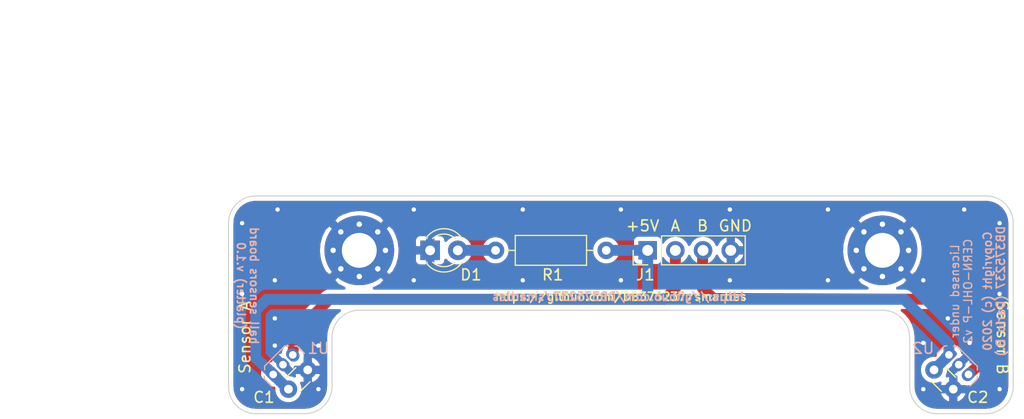
<source format=kicad_pcb>
(kicad_pcb (version 20171130) (host pcbnew "(5.1.5)-3")

  (general
    (thickness 1.6)
    (drawings 32)
    (tracks 61)
    (zones 0)
    (modules 9)
    (nets 6)
  )

  (page A4)
  (layers
    (0 F.Cu signal)
    (31 B.Cu signal)
    (32 B.Adhes user hide)
    (33 F.Adhes user hide)
    (34 B.Paste user hide)
    (35 F.Paste user hide)
    (36 B.SilkS user)
    (37 F.SilkS user)
    (38 B.Mask user)
    (39 F.Mask user)
    (40 Dwgs.User user)
    (41 Cmts.User user hide)
    (42 Eco1.User user hide)
    (43 Eco2.User user hide)
    (44 Edge.Cuts user)
    (45 Margin user hide)
    (46 B.CrtYd user hide)
    (47 F.CrtYd user hide)
    (48 B.Fab user hide)
    (49 F.Fab user hide)
  )

  (setup
    (last_trace_width 0.25)
    (trace_clearance 0.2)
    (zone_clearance 0.4)
    (zone_45_only no)
    (trace_min 0.2)
    (via_size 0.8)
    (via_drill 0.4)
    (via_min_size 0.4)
    (via_min_drill 0.3)
    (uvia_size 0.3)
    (uvia_drill 0.1)
    (uvias_allowed no)
    (uvia_min_size 0.2)
    (uvia_min_drill 0.1)
    (edge_width 0.05)
    (segment_width 0.2)
    (pcb_text_width 0.3)
    (pcb_text_size 1.5 1.5)
    (mod_edge_width 0.12)
    (mod_text_size 1 1)
    (mod_text_width 0.15)
    (pad_size 1.05 1.3)
    (pad_drill 0.7)
    (pad_to_mask_clearance 0.051)
    (solder_mask_min_width 0.25)
    (aux_axis_origin 0 0)
    (visible_elements 7FFFFFFF)
    (pcbplotparams
      (layerselection 0x010f0_ffffffff)
      (usegerberextensions true)
      (usegerberattributes false)
      (usegerberadvancedattributes false)
      (creategerberjobfile false)
      (excludeedgelayer true)
      (linewidth 0.100000)
      (plotframeref false)
      (viasonmask false)
      (mode 1)
      (useauxorigin false)
      (hpglpennumber 1)
      (hpglpenspeed 20)
      (hpglpendiameter 15.000000)
      (psnegative false)
      (psa4output false)
      (plotreference true)
      (plotvalue true)
      (plotinvisibletext false)
      (padsonsilk false)
      (subtractmaskfromsilk false)
      (outputformat 1)
      (mirror false)
      (drillshape 0)
      (scaleselection 1)
      (outputdirectory "C:/Users/dario/Documents/IoT-DB375237/dispenser/2003-hall-sensors-board-platter/gerber"))
  )

  (net 0 "")
  (net 1 GND)
  (net 2 /sensor-B)
  (net 3 /sensor-A)
  (net 4 +5V)
  (net 5 "Net-(D1-Pad2)")

  (net_class Default "This is the default net class."
    (clearance 0.2)
    (trace_width 0.25)
    (via_dia 0.8)
    (via_drill 0.4)
    (uvia_dia 0.3)
    (uvia_drill 0.1)
    (add_net +5V)
    (add_net /sensor-A)
    (add_net /sensor-B)
    (add_net GND)
    (add_net "Net-(D1-Pad2)")
  )

  (module Resistor_THT:R_Axial_DIN0207_L6.3mm_D2.5mm_P10.16mm_Horizontal (layer F.Cu) (tedit 5AE5139B) (tstamp 5E94CD9A)
    (at 112.5 100)
    (descr "Resistor, Axial_DIN0207 series, Axial, Horizontal, pin pitch=10.16mm, 0.25W = 1/4W, length*diameter=6.3*2.5mm^2, http://cdn-reichelt.de/documents/datenblatt/B400/1_4W%23YAG.pdf")
    (tags "Resistor Axial_DIN0207 series Axial Horizontal pin pitch 10.16mm 0.25W = 1/4W length 6.3mm diameter 2.5mm")
    (path /5E94CF86)
    (fp_text reference R1 (at 5.25 2.25) (layer F.SilkS)
      (effects (font (size 1 1) (thickness 0.15)))
    )
    (fp_text value R (at 5.08 2.37) (layer F.Fab)
      (effects (font (size 1 1) (thickness 0.15)))
    )
    (fp_text user %R (at 5.08 0) (layer F.Fab)
      (effects (font (size 1 1) (thickness 0.15)))
    )
    (fp_line (start 11.21 -1.5) (end -1.05 -1.5) (layer F.CrtYd) (width 0.05))
    (fp_line (start 11.21 1.5) (end 11.21 -1.5) (layer F.CrtYd) (width 0.05))
    (fp_line (start -1.05 1.5) (end 11.21 1.5) (layer F.CrtYd) (width 0.05))
    (fp_line (start -1.05 -1.5) (end -1.05 1.5) (layer F.CrtYd) (width 0.05))
    (fp_line (start 9.12 0) (end 8.35 0) (layer F.SilkS) (width 0.12))
    (fp_line (start 1.04 0) (end 1.81 0) (layer F.SilkS) (width 0.12))
    (fp_line (start 8.35 -1.37) (end 1.81 -1.37) (layer F.SilkS) (width 0.12))
    (fp_line (start 8.35 1.37) (end 8.35 -1.37) (layer F.SilkS) (width 0.12))
    (fp_line (start 1.81 1.37) (end 8.35 1.37) (layer F.SilkS) (width 0.12))
    (fp_line (start 1.81 -1.37) (end 1.81 1.37) (layer F.SilkS) (width 0.12))
    (fp_line (start 10.16 0) (end 8.23 0) (layer F.Fab) (width 0.1))
    (fp_line (start 0 0) (end 1.93 0) (layer F.Fab) (width 0.1))
    (fp_line (start 8.23 -1.25) (end 1.93 -1.25) (layer F.Fab) (width 0.1))
    (fp_line (start 8.23 1.25) (end 8.23 -1.25) (layer F.Fab) (width 0.1))
    (fp_line (start 1.93 1.25) (end 8.23 1.25) (layer F.Fab) (width 0.1))
    (fp_line (start 1.93 -1.25) (end 1.93 1.25) (layer F.Fab) (width 0.1))
    (pad 2 thru_hole oval (at 10.16 0) (size 1.6 1.6) (drill 0.8) (layers *.Cu *.Mask)
      (net 4 +5V))
    (pad 1 thru_hole circle (at 0 0) (size 1.6 1.6) (drill 0.8) (layers *.Cu *.Mask)
      (net 5 "Net-(D1-Pad2)"))
    (model ${KISYS3DMOD}/Resistor_THT.3dshapes/R_Axial_DIN0207_L6.3mm_D2.5mm_P10.16mm_Horizontal.wrl
      (at (xyz 0 0 0))
      (scale (xyz 1 1 1))
      (rotate (xyz 0 0 0))
    )
  )

  (module LED_THT:LED_D3.0mm_Clear (layer F.Cu) (tedit 5A6C9BC0) (tstamp 5E94CD19)
    (at 106.5 100)
    (descr "IR-LED, diameter 3.0mm, 2 pins, color: clear")
    (tags "IR infrared LED diameter 3.0mm 2 pins clear")
    (path /5E94B98D)
    (fp_text reference D1 (at 3.75 2.25) (layer F.SilkS)
      (effects (font (size 1 1) (thickness 0.15)))
    )
    (fp_text value LED_ALT (at 1.27 2.96) (layer F.Fab)
      (effects (font (size 1 1) (thickness 0.15)))
    )
    (fp_arc (start 1.27 0) (end 0.229039 1.08) (angle -87.9) (layer F.SilkS) (width 0.12))
    (fp_arc (start 1.27 0) (end 0.229039 -1.08) (angle 87.9) (layer F.SilkS) (width 0.12))
    (fp_arc (start 1.27 0) (end -0.29 1.235516) (angle -108.8) (layer F.SilkS) (width 0.12))
    (fp_arc (start 1.27 0) (end -0.29 -1.235516) (angle 108.8) (layer F.SilkS) (width 0.12))
    (fp_arc (start 1.27 0) (end -0.23 -1.16619) (angle 284.3) (layer F.Fab) (width 0.1))
    (fp_circle (center 1.27 0) (end 2.77 0) (layer F.Fab) (width 0.1))
    (fp_line (start 3.7 -2.25) (end -1.15 -2.25) (layer F.CrtYd) (width 0.05))
    (fp_line (start 3.7 2.25) (end 3.7 -2.25) (layer F.CrtYd) (width 0.05))
    (fp_line (start -1.15 2.25) (end 3.7 2.25) (layer F.CrtYd) (width 0.05))
    (fp_line (start -1.15 -2.25) (end -1.15 2.25) (layer F.CrtYd) (width 0.05))
    (fp_line (start -0.29 1.08) (end -0.29 1.236) (layer F.SilkS) (width 0.12))
    (fp_line (start -0.29 -1.236) (end -0.29 -1.08) (layer F.SilkS) (width 0.12))
    (fp_line (start -0.23 -1.16619) (end -0.23 1.16619) (layer F.Fab) (width 0.1))
    (fp_text user %R (at 1.47 0) (layer F.Fab)
      (effects (font (size 0.8 0.8) (thickness 0.12)))
    )
    (pad 2 thru_hole circle (at 2.54 0) (size 1.8 1.8) (drill 0.9) (layers *.Cu *.Mask)
      (net 5 "Net-(D1-Pad2)"))
    (pad 1 thru_hole rect (at 0 0) (size 1.8 1.8) (drill 0.9) (layers *.Cu *.Mask)
      (net 1 GND))
    (model ${KISYS3DMOD}/LED_THT.3dshapes/LED_D3.0mm_Clear.wrl
      (at (xyz 0 0 0))
      (scale (xyz 1 1 1))
      (rotate (xyz 0 0 0))
    )
  )

  (module Capacitor_THT:C_Disc_D3.0mm_W1.6mm_P2.50mm (layer F.Cu) (tedit 5AE50EF0) (tstamp 5E9399C8)
    (at 152.732233 110.982233 315)
    (descr "C, Disc series, Radial, pin pitch=2.50mm, , diameter*width=3.0*1.6mm^2, Capacitor, http://www.vishay.com/docs/45233/krseries.pdf")
    (tags "C Disc series Radial pin pitch 2.50mm  diameter 3.0mm width 1.6mm Capacitor")
    (path /5E94EA40)
    (fp_text reference C2 (at 4.62132 -1.06066 180) (layer F.SilkS)
      (effects (font (size 1 1) (thickness 0.15)))
    )
    (fp_text value .1u (at 1.25 2.049999 135) (layer F.Fab) hide
      (effects (font (size 1 1) (thickness 0.15)))
    )
    (fp_text user %R (at 1.25 0 135) (layer F.Fab)
      (effects (font (size 0.6 0.6) (thickness 0.09)))
    )
    (fp_line (start 3.55 -1.05) (end -1.05 -1.05) (layer F.CrtYd) (width 0.05))
    (fp_line (start 3.55 1.05) (end 3.55 -1.05) (layer F.CrtYd) (width 0.05))
    (fp_line (start -1.05 1.05) (end 3.55 1.05) (layer F.CrtYd) (width 0.05))
    (fp_line (start -1.05 -1.05) (end -1.05 1.05) (layer F.CrtYd) (width 0.05))
    (fp_line (start 0.621 0.92) (end 1.879 0.92) (layer F.SilkS) (width 0.12))
    (fp_line (start 0.621 -0.92) (end 1.879 -0.92) (layer F.SilkS) (width 0.12))
    (fp_line (start 2.75 -0.8) (end -0.25 -0.8) (layer F.Fab) (width 0.1))
    (fp_line (start 2.75 0.8) (end 2.75 -0.8) (layer F.Fab) (width 0.1))
    (fp_line (start -0.25 0.8) (end 2.75 0.8) (layer F.Fab) (width 0.1))
    (fp_line (start -0.25 -0.8) (end -0.25 0.8) (layer F.Fab) (width 0.1))
    (pad 2 thru_hole circle (at 2.5 0 315) (size 1.6 1.6) (drill 0.8) (layers *.Cu *.Mask)
      (net 1 GND))
    (pad 1 thru_hole circle (at 0 0 315) (size 1.6 1.6) (drill 0.8) (layers *.Cu *.Mask)
      (net 4 +5V))
    (model ${KISYS3DMOD}/Capacitor_THT.3dshapes/C_Disc_D3.0mm_W1.6mm_P2.50mm.wrl
      (at (xyz 0 0 0))
      (scale (xyz 1 1 1))
      (rotate (xyz 0 0 0))
    )
  )

  (module Capacitor_THT:C_Disc_D3.0mm_W1.6mm_P2.50mm (layer F.Cu) (tedit 5AE50EF0) (tstamp 5E949B95)
    (at 93.5 112.75 45)
    (descr "C, Disc series, Radial, pin pitch=2.50mm, , diameter*width=3.0*1.6mm^2, Capacitor, http://www.vishay.com/docs/45233/krseries.pdf")
    (tags "C Disc series Radial pin pitch 2.50mm  diameter 3.0mm width 1.6mm Capacitor")
    (path /5E950C3C)
    (fp_text reference C1 (at -2.12132 -1.06066) (layer F.SilkS)
      (effects (font (size 1 1) (thickness 0.15)))
    )
    (fp_text value .1u (at 1.25 2.049999 45) (layer F.Fab) hide
      (effects (font (size 1 1) (thickness 0.15)))
    )
    (fp_text user %R (at 1.25 0 45) (layer F.Fab)
      (effects (font (size 0.6 0.6) (thickness 0.09)))
    )
    (fp_line (start 3.55 -1.05) (end -1.05 -1.05) (layer F.CrtYd) (width 0.05))
    (fp_line (start 3.55 1.05) (end 3.55 -1.05) (layer F.CrtYd) (width 0.05))
    (fp_line (start -1.05 1.05) (end 3.55 1.05) (layer F.CrtYd) (width 0.05))
    (fp_line (start -1.05 -1.05) (end -1.05 1.05) (layer F.CrtYd) (width 0.05))
    (fp_line (start 0.621 0.92) (end 1.879 0.92) (layer F.SilkS) (width 0.12))
    (fp_line (start 0.621 -0.92) (end 1.879 -0.92) (layer F.SilkS) (width 0.12))
    (fp_line (start 2.75 -0.8) (end -0.25 -0.8) (layer F.Fab) (width 0.1))
    (fp_line (start 2.75 0.8) (end 2.75 -0.8) (layer F.Fab) (width 0.1))
    (fp_line (start -0.25 0.8) (end 2.75 0.8) (layer F.Fab) (width 0.1))
    (fp_line (start -0.25 -0.8) (end -0.25 0.8) (layer F.Fab) (width 0.1))
    (pad 2 thru_hole circle (at 2.5 0 45) (size 1.6 1.6) (drill 0.8) (layers *.Cu *.Mask)
      (net 1 GND))
    (pad 1 thru_hole circle (at 0 0 45) (size 1.6 1.6) (drill 0.8) (layers *.Cu *.Mask)
      (net 4 +5V))
    (model ${KISYS3DMOD}/Capacitor_THT.3dshapes/C_Disc_D3.0mm_W1.6mm_P2.50mm.wrl
      (at (xyz 0 0 0))
      (scale (xyz 1 1 1))
      (rotate (xyz 0 0 0))
    )
  )

  (module MountingHole:MountingHole_3.2mm_M3_Pad_Via (layer F.Cu) (tedit 56DDBCCA) (tstamp 5E938B11)
    (at 148 100)
    (descr "Mounting Hole 3.2mm, M3")
    (tags "mounting hole 3.2mm m3")
    (path /5E94CA91)
    (attr virtual)
    (fp_text reference H2 (at 0 -4.2) (layer F.SilkS) hide
      (effects (font (size 1 1) (thickness 0.15)))
    )
    (fp_text value MountingHole_Pad (at 0 4.2) (layer F.Fab) hide
      (effects (font (size 1 1) (thickness 0.15)))
    )
    (fp_circle (center 0 0) (end 3.45 0) (layer F.CrtYd) (width 0.05))
    (fp_circle (center 0 0) (end 3.2 0) (layer Cmts.User) (width 0.15))
    (fp_text user %R (at 0.3 0) (layer F.Fab)
      (effects (font (size 1 1) (thickness 0.15)))
    )
    (pad 1 thru_hole circle (at 1.697056 -1.697056) (size 0.8 0.8) (drill 0.5) (layers *.Cu *.Mask)
      (net 1 GND))
    (pad 1 thru_hole circle (at 0 -2.4) (size 0.8 0.8) (drill 0.5) (layers *.Cu *.Mask)
      (net 1 GND))
    (pad 1 thru_hole circle (at -1.697056 -1.697056) (size 0.8 0.8) (drill 0.5) (layers *.Cu *.Mask)
      (net 1 GND))
    (pad 1 thru_hole circle (at -2.4 0) (size 0.8 0.8) (drill 0.5) (layers *.Cu *.Mask)
      (net 1 GND))
    (pad 1 thru_hole circle (at -1.697056 1.697056) (size 0.8 0.8) (drill 0.5) (layers *.Cu *.Mask)
      (net 1 GND))
    (pad 1 thru_hole circle (at 0 2.4) (size 0.8 0.8) (drill 0.5) (layers *.Cu *.Mask)
      (net 1 GND))
    (pad 1 thru_hole circle (at 1.697056 1.697056) (size 0.8 0.8) (drill 0.5) (layers *.Cu *.Mask)
      (net 1 GND))
    (pad 1 thru_hole circle (at 2.4 0) (size 0.8 0.8) (drill 0.5) (layers *.Cu *.Mask)
      (net 1 GND))
    (pad 1 thru_hole circle (at 0 0) (size 6.4 6.4) (drill 3.2) (layers *.Cu *.Mask)
      (net 1 GND))
  )

  (module MountingHole:MountingHole_3.2mm_M3_Pad_Via (layer F.Cu) (tedit 56DDBCCA) (tstamp 5E938B01)
    (at 100 100)
    (descr "Mounting Hole 3.2mm, M3")
    (tags "mounting hole 3.2mm m3")
    (path /5E94C6E8)
    (attr virtual)
    (fp_text reference H1 (at 0 -4.2) (layer F.SilkS) hide
      (effects (font (size 1 1) (thickness 0.15)))
    )
    (fp_text value MountingHole_Pad (at 0 4.2) (layer F.Fab) hide
      (effects (font (size 1 1) (thickness 0.15)))
    )
    (fp_circle (center 0 0) (end 3.45 0) (layer F.CrtYd) (width 0.05))
    (fp_circle (center 0 0) (end 3.2 0) (layer Cmts.User) (width 0.15))
    (fp_text user %R (at 0.3 0) (layer F.Fab)
      (effects (font (size 1 1) (thickness 0.15)))
    )
    (pad 1 thru_hole circle (at 1.697056 -1.697056) (size 0.8 0.8) (drill 0.5) (layers *.Cu *.Mask)
      (net 1 GND))
    (pad 1 thru_hole circle (at 0 -2.4) (size 0.8 0.8) (drill 0.5) (layers *.Cu *.Mask)
      (net 1 GND))
    (pad 1 thru_hole circle (at -1.697056 -1.697056) (size 0.8 0.8) (drill 0.5) (layers *.Cu *.Mask)
      (net 1 GND))
    (pad 1 thru_hole circle (at -2.4 0) (size 0.8 0.8) (drill 0.5) (layers *.Cu *.Mask)
      (net 1 GND))
    (pad 1 thru_hole circle (at -1.697056 1.697056) (size 0.8 0.8) (drill 0.5) (layers *.Cu *.Mask)
      (net 1 GND))
    (pad 1 thru_hole circle (at 0 2.4) (size 0.8 0.8) (drill 0.5) (layers *.Cu *.Mask)
      (net 1 GND))
    (pad 1 thru_hole circle (at 1.697056 1.697056) (size 0.8 0.8) (drill 0.5) (layers *.Cu *.Mask)
      (net 1 GND))
    (pad 1 thru_hole circle (at 2.4 0) (size 0.8 0.8) (drill 0.5) (layers *.Cu *.Mask)
      (net 1 GND))
    (pad 1 thru_hole circle (at 0 0) (size 6.4 6.4) (drill 3.2) (layers *.Cu *.Mask)
      (net 1 GND))
  )

  (module Package_TO_SOT_THT:TO-92Flat (layer B.Cu) (tedit 5E94A631) (tstamp 5E939020)
    (at 154.101974 109.601974 315)
    (descr "TO-92Flat package, often used for hall sensors, drill 0.75mm (see e.g. http://www.ti.com/lit/ds/symlink/drv5023.pdf)")
    (tags "to-92Flat hall sensor")
    (path /5E947AD0)
    (fp_text reference U2 (at -2.088757 1.237437) (layer B.SilkS)
      (effects (font (size 1 1) (thickness 0.15)) (justify mirror))
    )
    (fp_text value SS49X (at 1.25 -1.7 315) (layer B.Fab)
      (effects (font (size 1 1) (thickness 0.17)) (justify mirror))
    )
    (fp_line (start 0.03 -0.9775) (end -0.73 -0.2175) (layer B.Fab) (width 0.1))
    (fp_line (start 2.51 -0.9775) (end 0.03 -0.9775) (layer B.Fab) (width 0.1))
    (fp_line (start 3.27 -0.2175) (end 2.51 -0.9775) (layer B.Fab) (width 0.1))
    (fp_line (start 3.27 0.5425) (end 3.27 -0.2175) (layer B.Fab) (width 0.1))
    (fp_text user %R (at 1.27 -0.2 315) (layer B.Fab)
      (effects (font (size 0.7 0.7) (thickness 0.13)) (justify mirror))
    )
    (fp_line (start 3.27 0.5425) (end -0.73 0.5425) (layer B.Fab) (width 0.1))
    (fp_line (start -0.73 0.5425) (end -0.73 -0.2175) (layer B.Fab) (width 0.1))
    (fp_line (start 2.51 -0.9775) (end 0.03 -0.9775) (layer B.Fab) (width 0.1))
    (fp_line (start 3.39 0.65) (end 3.39 -0.3) (layer B.SilkS) (width 0.12))
    (fp_line (start -0.86 -0.3) (end -0.86 0.65) (layer B.SilkS) (width 0.12))
    (fp_line (start -0.98 0.9) (end 3.52 0.9) (layer B.CrtYd) (width 0.05))
    (fp_line (start 3.52 0.9) (end 3.52 -0.33) (layer B.CrtYd) (width 0.05))
    (fp_line (start 2.62 -1.23) (end -0.14 -1.23) (layer B.CrtYd) (width 0.05))
    (fp_line (start -0.14 -1.23) (end -0.98 -0.39) (layer B.CrtYd) (width 0.05))
    (fp_line (start -0.98 -0.39) (end -0.98 0.9) (layer B.CrtYd) (width 0.05))
    (fp_line (start 3.52 -0.33) (end 2.62 -1.23) (layer B.CrtYd) (width 0.05))
    (fp_line (start -0.01 -1.1) (end 2.59 -1.1) (layer B.SilkS) (width 0.12))
    (fp_line (start 2.59 -1.1) (end 2.84 -0.85) (layer B.SilkS) (width 0.12))
    (fp_line (start 3.24 -0.45) (end 3.39 -0.3) (layer B.SilkS) (width 0.12))
    (fp_line (start -0.01 -1.1) (end -0.26 -0.85) (layer B.SilkS) (width 0.12))
    (fp_line (start -0.71 -0.45) (end -0.86 -0.3) (layer B.SilkS) (width 0.12))
    (pad 1 thru_hole roundrect (at 0 0 315) (size 1.05 1.3) (drill 0.7) (layers *.Cu *.Mask) (roundrect_rratio 0.238)
      (net 4 +5V))
    (pad 3 thru_hole oval (at 2.54 0 315) (size 1.05 1.3) (drill 0.7) (layers *.Cu *.Mask)
      (net 2 /sensor-B))
    (pad 2 thru_hole oval (at 1.270001 0 315) (size 1.05 1.3) (drill 0.7) (layers *.Cu *.Mask)
      (net 1 GND))
    (model ${KISYS3DMOD}/Package_TO_SOT_THT.3dshapes/TO-92Flat.wrl
      (at (xyz 0 0 0))
      (scale (xyz 1 1 1))
      (rotate (xyz 0 0 0))
    )
  )

  (module Package_TO_SOT_THT:TO-92Flat (layer B.Cu) (tedit 5E94A604) (tstamp 5E949ACB)
    (at 92.101974 111.398026 45)
    (descr "TO-92Flat package, often used for hall sensors, drill 0.75mm (see e.g. http://www.ti.com/lit/ds/symlink/drv5023.pdf)")
    (tags "to-92Flat hall sensor")
    (path /5E945677)
    (fp_text reference U1 (at 4.628758 1.237437) (layer B.SilkS)
      (effects (font (size 1 1) (thickness 0.15)) (justify mirror))
    )
    (fp_text value SS49X (at 1.25 -1.7 225) (layer B.Fab)
      (effects (font (size 1 1) (thickness 0.17)) (justify mirror))
    )
    (fp_line (start 0.03 -0.9775) (end -0.73 -0.2175) (layer B.Fab) (width 0.1))
    (fp_line (start 2.51 -0.9775) (end 0.03 -0.9775) (layer B.Fab) (width 0.1))
    (fp_line (start 3.27 -0.2175) (end 2.51 -0.9775) (layer B.Fab) (width 0.1))
    (fp_line (start 3.27 0.5425) (end 3.27 -0.2175) (layer B.Fab) (width 0.1))
    (fp_text user %R (at 1.27 -0.2 225) (layer B.Fab)
      (effects (font (size 0.7 0.7) (thickness 0.13)) (justify mirror))
    )
    (fp_line (start 3.27 0.5425) (end -0.73 0.5425) (layer B.Fab) (width 0.1))
    (fp_line (start -0.73 0.5425) (end -0.73 -0.2175) (layer B.Fab) (width 0.1))
    (fp_line (start 2.51 -0.9775) (end 0.03 -0.9775) (layer B.Fab) (width 0.1))
    (fp_line (start 3.39 0.65) (end 3.39 -0.3) (layer B.SilkS) (width 0.12))
    (fp_line (start -0.86 -0.3) (end -0.86 0.65) (layer B.SilkS) (width 0.12))
    (fp_line (start -0.98 0.9) (end 3.52 0.9) (layer B.CrtYd) (width 0.05))
    (fp_line (start 3.52 0.9) (end 3.52 -0.33) (layer B.CrtYd) (width 0.05))
    (fp_line (start 2.62 -1.23) (end -0.14 -1.23) (layer B.CrtYd) (width 0.05))
    (fp_line (start -0.14 -1.23) (end -0.98 -0.39) (layer B.CrtYd) (width 0.05))
    (fp_line (start -0.98 -0.39) (end -0.98 0.9) (layer B.CrtYd) (width 0.05))
    (fp_line (start 3.52 -0.33) (end 2.62 -1.23) (layer B.CrtYd) (width 0.05))
    (fp_line (start -0.01 -1.1) (end 2.59 -1.1) (layer B.SilkS) (width 0.12))
    (fp_line (start 2.59 -1.1) (end 2.84 -0.85) (layer B.SilkS) (width 0.12))
    (fp_line (start 3.24 -0.45) (end 3.39 -0.3) (layer B.SilkS) (width 0.12))
    (fp_line (start -0.01 -1.1) (end -0.26 -0.85) (layer B.SilkS) (width 0.12))
    (fp_line (start -0.71 -0.45) (end -0.86 -0.3) (layer B.SilkS) (width 0.12))
    (pad 1 thru_hole roundrect (at 0 0 45) (size 1.05 1.3) (drill 0.7) (layers *.Cu *.Mask) (roundrect_rratio 0.238)
      (net 4 +5V))
    (pad 3 thru_hole oval (at 2.54 0 45) (size 1.05 1.3) (drill 0.7) (layers *.Cu *.Mask)
      (net 3 /sensor-A))
    (pad 2 thru_hole oval (at 1.270001 0 45) (size 1.05 1.3) (drill 0.7) (layers *.Cu *.Mask)
      (net 1 GND))
    (model ${KISYS3DMOD}/Package_TO_SOT_THT.3dshapes/TO-92Flat.wrl
      (at (xyz 0 0 0))
      (scale (xyz 1 1 1))
      (rotate (xyz 0 0 0))
    )
  )

  (module Connector_PinHeader_2.54mm:PinHeader_1x04_P2.54mm_Vertical (layer F.Cu) (tedit 59FED5CC) (tstamp 5E94D66F)
    (at 126.46 100 90)
    (descr "Through hole straight pin header, 1x04, 2.54mm pitch, single row")
    (tags "Through hole pin header THT 1x04 2.54mm single row")
    (path /5E94917B)
    (fp_text reference J1 (at -2.25 -0.21 180) (layer F.SilkS)
      (effects (font (size 1 1) (thickness 0.15)))
    )
    (fp_text value Conn_01x04_Male (at 0 9.95 90) (layer F.Fab) hide
      (effects (font (size 1 1) (thickness 0.15)))
    )
    (fp_text user %R (at 0 3.81) (layer F.Fab)
      (effects (font (size 1 1) (thickness 0.15)))
    )
    (fp_line (start 1.8 -1.8) (end -1.8 -1.8) (layer F.CrtYd) (width 0.05))
    (fp_line (start 1.8 9.4) (end 1.8 -1.8) (layer F.CrtYd) (width 0.05))
    (fp_line (start -1.8 9.4) (end 1.8 9.4) (layer F.CrtYd) (width 0.05))
    (fp_line (start -1.8 -1.8) (end -1.8 9.4) (layer F.CrtYd) (width 0.05))
    (fp_line (start -1.33 -1.33) (end 0 -1.33) (layer F.SilkS) (width 0.12))
    (fp_line (start -1.33 0) (end -1.33 -1.33) (layer F.SilkS) (width 0.12))
    (fp_line (start -1.33 1.27) (end 1.33 1.27) (layer F.SilkS) (width 0.12))
    (fp_line (start 1.33 1.27) (end 1.33 8.95) (layer F.SilkS) (width 0.12))
    (fp_line (start -1.33 1.27) (end -1.33 8.95) (layer F.SilkS) (width 0.12))
    (fp_line (start -1.33 8.95) (end 1.33 8.95) (layer F.SilkS) (width 0.12))
    (fp_line (start -1.27 -0.635) (end -0.635 -1.27) (layer F.Fab) (width 0.1))
    (fp_line (start -1.27 8.89) (end -1.27 -0.635) (layer F.Fab) (width 0.1))
    (fp_line (start 1.27 8.89) (end -1.27 8.89) (layer F.Fab) (width 0.1))
    (fp_line (start 1.27 -1.27) (end 1.27 8.89) (layer F.Fab) (width 0.1))
    (fp_line (start -0.635 -1.27) (end 1.27 -1.27) (layer F.Fab) (width 0.1))
    (pad 4 thru_hole oval (at 0 7.62 90) (size 1.7 1.7) (drill 1) (layers *.Cu *.Mask)
      (net 1 GND))
    (pad 3 thru_hole oval (at 0 5.08 90) (size 1.7 1.7) (drill 1) (layers *.Cu *.Mask)
      (net 2 /sensor-B))
    (pad 2 thru_hole oval (at 0 2.54 90) (size 1.7 1.7) (drill 1) (layers *.Cu *.Mask)
      (net 3 /sensor-A))
    (pad 1 thru_hole rect (at 0 0 90) (size 1.7 1.7) (drill 1) (layers *.Cu *.Mask)
      (net 4 +5V))
    (model ${KISYS3DMOD}/Connector_PinHeader_2.54mm.3dshapes/PinHeader_1x04_P2.54mm_Vertical.wrl
      (at (xyz 0 0 0))
      (scale (xyz 1 1 1))
      (rotate (xyz 0 0 0))
    )
  )

  (gr_text "Licensed under\nCERN-OHL-P v2" (at 155.25 103.75 90) (layer B.SilkS)
    (effects (font (size 0.75 0.75) (thickness 0.125)) (justify mirror))
  )
  (gr_text https://github.com/DB375237/smarties (at 124 104.25) (layer F.SilkS)
    (effects (font (size 0.75 0.75) (thickness 0.15)))
  )
  (gr_text https://github.com/DB375237/smarties (at 123.75 104.25) (layer B.SilkS)
    (effects (font (size 0.75 0.75) (thickness 0.15)) (justify mirror))
  )
  (gr_text "Copyright (c) 2020\nDB375237 (Dario B.)" (at 158.25 103.75 90) (layer B.SilkS) (tstamp 5E94D258)
    (effects (font (size 0.75 0.75) (thickness 0.15)) (justify mirror))
  )
  (gr_text "hall sensors board\n(platter) v.1.0" (at 89.75 103.25 270) (layer B.SilkS)
    (effects (font (size 0.75 0.75) (thickness 0.15)) (justify mirror))
  )
  (gr_text B (at 131.5 97.75) (layer F.SilkS) (tstamp 5E939644)
    (effects (font (size 1 1) (thickness 0.15)))
  )
  (gr_text A (at 129 97.75) (layer F.SilkS) (tstamp 5E939641)
    (effects (font (size 1 1) (thickness 0.15)))
  )
  (gr_text GND (at 134.5 97.75) (layer F.SilkS) (tstamp 5E93964A)
    (effects (font (size 1 1) (thickness 0.15)))
  )
  (gr_text +5V (at 126 97.75) (layer F.SilkS) (tstamp 5E939647)
    (effects (font (size 1 1) (thickness 0.15)))
  )
  (gr_text "Sensor B" (at 159 108 270) (layer F.SilkS) (tstamp 5E939577)
    (effects (font (size 1 1) (thickness 0.15)))
  )
  (gr_text "Sensor A" (at 89.5 108 90) (layer F.SilkS)
    (effects (font (size 1 1) (thickness 0.15)))
  )
  (gr_line (start 150.5 108) (end 150.5 112.5) (layer Edge.Cuts) (width 0.1) (tstamp 5E939292))
  (gr_arc (start 148 108) (end 150.5 108) (angle -90) (layer Edge.Cuts) (width 0.1) (tstamp 5E939287))
  (gr_line (start 97.5 112.5) (end 97.5 108) (layer Edge.Cuts) (width 0.1) (tstamp 5E939286))
  (gr_arc (start 100 108) (end 100 105.5) (angle -90) (layer Edge.Cuts) (width 0.1))
  (gr_arc (start 157.5 97.5) (end 160 97.5) (angle -90) (layer Edge.Cuts) (width 0.1))
  (gr_arc (start 90.5 97.5) (end 90.5 95) (angle -90) (layer Edge.Cuts) (width 0.1))
  (gr_arc (start 153 112.5) (end 150.5 112.5) (angle -90) (layer Edge.Cuts) (width 0.1))
  (gr_arc (start 157.5 112.5) (end 157.5 115) (angle -90) (layer Edge.Cuts) (width 0.1))
  (gr_line (start 90.5 115) (end 95 115) (layer Edge.Cuts) (width 0.1) (tstamp 5E9391D9))
  (gr_arc (start 95 112.5) (end 95 115) (angle -90) (layer Edge.Cuts) (width 0.1))
  (gr_arc (start 90.5 112.5) (end 88 112.5) (angle -90) (layer Edge.Cuts) (width 0.1))
  (gr_line (start 153 115) (end 157.5 115) (layer Edge.Cuts) (width 0.1) (tstamp 5E939137))
  (gr_line (start 100 105.5) (end 148 105.5) (layer Edge.Cuts) (width 0.1))
  (gr_line (start 88 97.5) (end 88 112.5) (layer Edge.Cuts) (width 0.1))
  (gr_line (start 157.5 95) (end 90.5 95) (layer Edge.Cuts) (width 0.1))
  (gr_line (start 160 112.5) (end 160 97.5) (layer Edge.Cuts) (width 0.1))
  (dimension 10 (width 0.15) (layer Dwgs.User)
    (gr_text "10,000 mm" (at 70.7 105 270) (layer Dwgs.User)
      (effects (font (size 1 1) (thickness 0.15)))
    )
    (feature1 (pts (xy 86.5 110) (xy 71.413579 110)))
    (feature2 (pts (xy 86.5 100) (xy 71.413579 100)))
    (crossbar (pts (xy 72 100) (xy 72 110)))
    (arrow1a (pts (xy 72 110) (xy 71.413579 108.873496)))
    (arrow1b (pts (xy 72 110) (xy 72.586421 108.873496)))
    (arrow2a (pts (xy 72 100) (xy 71.413579 101.126504)))
    (arrow2b (pts (xy 72 100) (xy 72.586421 101.126504)))
  )
  (dimension 31.5 (width 0.15) (layer Dwgs.User)
    (gr_text "31,500 mm" (at 139.75 77.7) (layer Dwgs.User)
      (effects (font (size 1 1) (thickness 0.15)))
    )
    (feature1 (pts (xy 155.5 90) (xy 155.5 78.413579)))
    (feature2 (pts (xy 124 90) (xy 124 78.413579)))
    (crossbar (pts (xy 124 79) (xy 155.5 79)))
    (arrow1a (pts (xy 155.5 79) (xy 154.373496 79.586421)))
    (arrow1b (pts (xy 155.5 79) (xy 154.373496 78.413579)))
    (arrow2a (pts (xy 124 79) (xy 125.126504 79.586421)))
    (arrow2b (pts (xy 124 79) (xy 125.126504 78.413579)))
  )
  (dimension 31.5 (width 0.15) (layer Dwgs.User)
    (gr_text "31,500 mm" (at 108.25 77.7) (layer Dwgs.User)
      (effects (font (size 1 1) (thickness 0.15)))
    )
    (feature1 (pts (xy 92.5 90) (xy 92.5 78.413579)))
    (feature2 (pts (xy 124 90) (xy 124 78.413579)))
    (crossbar (pts (xy 124 79) (xy 92.5 79)))
    (arrow1a (pts (xy 92.5 79) (xy 93.626504 78.413579)))
    (arrow1b (pts (xy 92.5 79) (xy 93.626504 79.586421)))
    (arrow2a (pts (xy 124 79) (xy 122.873496 78.413579)))
    (arrow2b (pts (xy 124 79) (xy 122.873496 79.586421)))
  )
  (dimension 24 (width 0.15) (layer Dwgs.User)
    (gr_text "24,000 mm" (at 136 82.2) (layer Dwgs.User)
      (effects (font (size 1 1) (thickness 0.15)))
    )
    (feature1 (pts (xy 148 90) (xy 148 82.913579)))
    (feature2 (pts (xy 124 90) (xy 124 82.913579)))
    (crossbar (pts (xy 124 83.5) (xy 148 83.5)))
    (arrow1a (pts (xy 148 83.5) (xy 146.873496 84.086421)))
    (arrow1b (pts (xy 148 83.5) (xy 146.873496 82.913579)))
    (arrow2a (pts (xy 124 83.5) (xy 125.126504 84.086421)))
    (arrow2b (pts (xy 124 83.5) (xy 125.126504 82.913579)))
  )
  (dimension 24 (width 0.15) (layer Dwgs.User)
    (gr_text "24,000 mm" (at 112 82.2) (layer Dwgs.User)
      (effects (font (size 1 1) (thickness 0.15)))
    )
    (feature1 (pts (xy 124 90) (xy 124 82.913579)))
    (feature2 (pts (xy 100 90) (xy 100 82.913579)))
    (crossbar (pts (xy 100 83.5) (xy 124 83.5)))
    (arrow1a (pts (xy 124 83.5) (xy 122.873496 84.086421)))
    (arrow1b (pts (xy 124 83.5) (xy 122.873496 82.913579)))
    (arrow2a (pts (xy 100 83.5) (xy 101.126504 84.086421)))
    (arrow2b (pts (xy 100 83.5) (xy 101.126504 82.913579)))
  )

  (via (at 89.25 97.5) (size 0.8) (drill 0.4) (layers F.Cu B.Cu) (net 1) (tstamp 5E94D3E5))
  (via (at 89.25 112.75) (size 0.8) (drill 0.4) (layers F.Cu B.Cu) (net 1))
  (via (at 158.75 112.75) (size 0.8) (drill 0.4) (layers F.Cu B.Cu) (net 1) (tstamp 5E94D406))
  (via (at 158.75 97.5) (size 0.8) (drill 0.4) (layers F.Cu B.Cu) (net 1))
  (via (at 89.25 104) (size 0.8) (drill 0.4) (layers F.Cu B.Cu) (net 1))
  (via (at 158.75 104) (size 0.8) (drill 0.4) (layers F.Cu B.Cu) (net 1))
  (via (at 96.25 108.75) (size 0.8) (drill 0.4) (layers F.Cu B.Cu) (net 1))
  (via (at 151.75 108.5) (size 0.8) (drill 0.4) (layers F.Cu B.Cu) (net 1))
  (via (at 105 96.25) (size 0.8) (drill 0.4) (layers F.Cu B.Cu) (net 1))
  (via (at 115 96.25) (size 0.8) (drill 0.4) (layers F.Cu B.Cu) (net 1))
  (via (at 143 96.25) (size 0.8) (drill 0.4) (layers F.Cu B.Cu) (net 1))
  (via (at 134 96.25) (size 0.8) (drill 0.4) (layers F.Cu B.Cu) (net 1))
  (via (at 105 102.75) (size 0.8) (drill 0.4) (layers F.Cu B.Cu) (net 1))
  (via (at 115 102.75) (size 0.8) (drill 0.4) (layers F.Cu B.Cu) (net 1))
  (via (at 143 102.75) (size 0.8) (drill 0.4) (layers F.Cu B.Cu) (net 1))
  (via (at 134 102.75) (size 0.8) (drill 0.4) (layers F.Cu B.Cu) (net 1))
  (via (at 92.5 96.25) (size 0.8) (drill 0.4) (layers F.Cu B.Cu) (net 1))
  (via (at 155.5 96.25) (size 0.8) (drill 0.4) (layers F.Cu B.Cu) (net 1))
  (via (at 124 96.25) (size 0.8) (drill 0.4) (layers F.Cu B.Cu) (net 1))
  (via (at 156 108.5) (size 0.8) (drill 0.4) (layers F.Cu B.Cu) (net 1))
  (via (at 151.75 112.75) (size 0.8) (drill 0.4) (layers F.Cu B.Cu) (net 1))
  (via (at 154 106.25) (size 0.8) (drill 0.4) (layers F.Cu B.Cu) (net 1))
  (via (at 92.25 106.25) (size 0.8) (drill 0.4) (layers F.Cu B.Cu) (net 1))
  (via (at 96.25 112.75) (size 0.8) (drill 0.4) (layers F.Cu B.Cu) (net 1))
  (via (at 92.25 102.75) (size 0.8) (drill 0.4) (layers F.Cu B.Cu) (net 1))
  (via (at 151.75 102.75) (size 0.8) (drill 0.4) (layers F.Cu B.Cu) (net 1))
  (via (at 92.25 108.75) (size 0.8) (drill 0.4) (layers F.Cu B.Cu) (net 1))
  (via (at 124 102.75) (size 0.8) (drill 0.4) (layers F.Cu B.Cu) (net 1))
  (segment (start 156.398025 110.898025) (end 156.601975 110.898025) (width 0.25) (layer F.Cu) (net 2))
  (segment (start 131.5 100.04) (end 131.54 100) (width 0.25) (layer F.Cu) (net 2))
  (segment (start 157.75 109.75) (end 157.75 107.5) (width 1) (layer F.Cu) (net 2))
  (segment (start 154.5 104.5) (end 132.5 104.42) (width 1) (layer F.Cu) (net 2))
  (segment (start 155.898025 111.398025) (end 157.75 109.75) (width 1) (layer F.Cu) (net 2))
  (segment (start 131.5 103.5) (end 131.5 100.04) (width 1) (layer F.Cu) (net 2))
  (segment (start 157.75 107.5) (end 154.5 104.5) (width 1) (layer F.Cu) (net 2))
  (segment (start 132.5 104.42) (end 131.5 103.5) (width 1) (layer F.Cu) (net 2))
  (segment (start 94 108.380272) (end 93.898025 108.482247) (width 0.25) (layer F.Cu) (net 3))
  (segment (start 94 108.380272) (end 93.898025 109.601975) (width 1) (layer F.Cu) (net 3))
  (segment (start 94 107.75) (end 94 108.380272) (width 1) (layer F.Cu) (net 3))
  (segment (start 97.25 104.5) (end 94 107.75) (width 1) (layer F.Cu) (net 3))
  (segment (start 128 104.5) (end 97.25 104.5) (width 1) (layer F.Cu) (net 3))
  (segment (start 129 100) (end 129 103.5) (width 1) (layer F.Cu) (net 3))
  (segment (start 129 103.5) (end 128 104.5) (width 1) (layer F.Cu) (net 3))
  (segment (start 120 104.5) (end 91.5 104.5) (width 1) (layer B.Cu) (net 4))
  (segment (start 90.5 109.898026) (end 91.601974 110.898026) (width 1) (layer B.Cu) (net 4))
  (segment (start 90.5 105.5) (end 90.5 109.898026) (width 1) (layer B.Cu) (net 4))
  (segment (start 91.5 104.5) (end 90.5 105.5) (width 1) (layer B.Cu) (net 4))
  (segment (start 93.5 112.796052) (end 93.5 113) (width 0.25) (layer B.Cu) (net 4))
  (segment (start 91.601974 110.898026) (end 93.5 112.796052) (width 1) (layer B.Cu) (net 4))
  (segment (start 152.732233 110.971715) (end 152.732233 111.232233) (width 0.25) (layer B.Cu) (net 4))
  (segment (start 150 104.5) (end 154 108.5) (width 1) (layer B.Cu) (net 4))
  (segment (start 154.101974 108.601974) (end 154.101974 109.601974) (width 1) (layer B.Cu) (net 4))
  (segment (start 154 108.5) (end 154.101974 108.601974) (width 0.25) (layer B.Cu) (net 4))
  (segment (start 154.101974 109.612492) (end 152.732233 110.982233) (width 1) (layer B.Cu) (net 4))
  (segment (start 154.101974 109.601974) (end 154.101974 109.612492) (width 0.25) (layer B.Cu) (net 4))
  (segment (start 122.66 100) (end 126.46 100) (width 1) (layer B.Cu) (net 4))
  (segment (start 126.46 104.46) (end 126.5 104.5) (width 0.25) (layer B.Cu) (net 4))
  (segment (start 126.46 100) (end 126.46 104.46) (width 1) (layer B.Cu) (net 4))
  (segment (start 120 104.5) (end 126.5 104.5) (width 1) (layer B.Cu) (net 4))
  (segment (start 126.5 104.5) (end 150 104.5) (width 1) (layer B.Cu) (net 4))
  (segment (start 109.04 100) (end 112.5 100) (width 1) (layer B.Cu) (net 5))

  (zone (net 1) (net_name GND) (layer F.Cu) (tstamp 5E93AA2D) (hatch edge 0.508)
    (connect_pads (clearance 0.4))
    (min_thickness 0.254)
    (fill yes (arc_segments 32) (thermal_gap 0.4) (thermal_bridge_width 0.75))
    (polygon
      (pts
        (xy 161 115.5) (xy 87 115.5) (xy 87 94.5) (xy 161 94.5)
      )
    )
    (filled_polygon
      (pts
        (xy 157.872975 95.616337) (xy 158.231742 95.724656) (xy 158.562641 95.900598) (xy 158.853062 96.137459) (xy 159.091945 96.426219)
        (xy 159.270191 96.755877) (xy 159.381013 97.113885) (xy 159.423001 97.513375) (xy 159.423 112.471782) (xy 159.383663 112.872976)
        (xy 159.275344 113.231742) (xy 159.099402 113.562641) (xy 158.862542 113.853061) (xy 158.57378 114.091945) (xy 158.244123 114.270191)
        (xy 157.886115 114.381013) (xy 157.486635 114.423) (xy 153.028218 114.423) (xy 152.627024 114.383663) (xy 152.268258 114.275344)
        (xy 151.937359 114.099402) (xy 151.646939 113.862542) (xy 151.408055 113.57378) (xy 151.229809 113.244123) (xy 151.21612 113.1999)
        (xy 153.24477 113.1999) (xy 153.35666 113.436139) (xy 153.512488 113.64601) (xy 153.706266 113.821447) (xy 153.930546 113.955709)
        (xy 154.0501 114.00523) (xy 154.252 113.925802) (xy 154.252 112.998) (xy 154.748 112.998) (xy 154.748 113.925802)
        (xy 154.9499 114.00523) (xy 155.186139 113.89334) (xy 155.39601 113.737512) (xy 155.571447 113.543734) (xy 155.705709 113.319454)
        (xy 155.75523 113.1999) (xy 155.675802 112.998) (xy 154.748 112.998) (xy 154.252 112.998) (xy 153.324198 112.998)
        (xy 153.24477 113.1999) (xy 151.21612 113.1999) (xy 151.118987 112.886115) (xy 151.077 112.486635) (xy 151.077 110.851535)
        (xy 151.405233 110.851535) (xy 151.405233 111.112931) (xy 151.456229 111.369305) (xy 151.556261 111.610803) (xy 151.701485 111.828146)
        (xy 151.88632 112.012981) (xy 152.103663 112.158205) (xy 152.345161 112.258237) (xy 152.601535 112.309233) (xy 152.862931 112.309233)
        (xy 153.119305 112.258237) (xy 153.291686 112.186834) (xy 153.24477 112.3001) (xy 153.324198 112.502) (xy 153.901272 112.502)
        (xy 154.135131 112.735859) (xy 154.485859 112.385131) (xy 154.252 112.151272) (xy 154.252 111.574198) (xy 154.0501 111.49477)
        (xy 153.933366 111.550059) (xy 154.008237 111.369305) (xy 154.059233 111.112931) (xy 154.059233 111.024632) (xy 154.109609 111.039666)
        (xy 154.39324 110.756035) (xy 154.446625 110.7275) (xy 154.56474 110.630566) (xy 155.130566 110.06474) (xy 155.2275 109.946625)
        (xy 155.256035 109.89324) (xy 155.539666 109.609609) (xy 155.488674 109.438743) (xy 155.37216 109.406219) (xy 155.347858 109.401874)
        (xy 155.343884 109.361523) (xy 155.299529 109.215304) (xy 155.2275 109.080547) (xy 155.130566 108.962432) (xy 154.741516 108.573382)
        (xy 154.623401 108.476448) (xy 154.488644 108.404419) (xy 154.342425 108.360064) (xy 154.190362 108.345087) (xy 154.038299 108.360064)
        (xy 153.89208 108.404419) (xy 153.757323 108.476448) (xy 153.639208 108.573382) (xy 153.073382 109.139208) (xy 152.976448 109.257323)
        (xy 152.904419 109.39208) (xy 152.860064 109.538299) (xy 152.848547 109.655233) (xy 152.601535 109.655233) (xy 152.345161 109.706229)
        (xy 152.103663 109.806261) (xy 151.88632 109.951485) (xy 151.701485 110.13632) (xy 151.556261 110.353663) (xy 151.456229 110.595161)
        (xy 151.405233 110.851535) (xy 151.077 110.851535) (xy 151.077 107.971664) (xy 151.074456 107.945836) (xy 151.074565 107.930252)
        (xy 151.073778 107.922234) (xy 151.022777 107.436992) (xy 151.012257 107.385744) (xy 151.002462 107.334394) (xy 151.000134 107.326681)
        (xy 150.855854 106.860588) (xy 150.835587 106.812376) (xy 150.815997 106.763888) (xy 150.812215 106.756775) (xy 150.580151 106.327583)
        (xy 150.550925 106.284254) (xy 150.522273 106.240468) (xy 150.517181 106.234225) (xy 150.206173 105.85828) (xy 150.169066 105.821432)
        (xy 150.132474 105.784065) (xy 150.126267 105.77893) (xy 149.796406 105.509902) (xy 154.096879 105.52554) (xy 156.723001 107.949653)
        (xy 156.723 109.289149) (xy 155.949073 109.977847) (xy 155.890391 109.960334) (xy 155.444024 110.406701) (xy 155.399126 110.4307)
        (xy 155.27908 110.529219) (xy 155.029219 110.77908) (xy 154.9307 110.899126) (xy 154.906701 110.944024) (xy 154.460334 111.390391)
        (xy 154.511326 111.561257) (xy 154.62784 111.593781) (xy 154.748 111.615264) (xy 154.748 112.151272) (xy 154.514141 112.385131)
        (xy 154.864869 112.735859) (xy 155.098728 112.502) (xy 155.533552 112.502) (xy 155.60341 112.523191) (xy 155.809637 112.543503)
        (xy 156.015864 112.523191) (xy 156.214167 112.463037) (xy 156.396924 112.36535) (xy 156.51697 112.266831) (xy 156.766831 112.01697)
        (xy 156.81954 111.952744) (xy 158.417408 110.530844) (xy 158.479712 110.479712) (xy 158.52491 110.424639) (xy 158.573245 110.372276)
        (xy 158.588954 110.3466) (xy 158.608051 110.323331) (xy 158.641642 110.260486) (xy 158.678826 110.199712) (xy 158.689224 110.171467)
        (xy 158.703415 110.144917) (xy 158.724099 110.07673) (xy 158.748714 110.009866) (xy 158.753402 109.980132) (xy 158.76214 109.951327)
        (xy 158.769124 109.880413) (xy 158.780221 109.810033) (xy 158.777 109.729492) (xy 158.777 107.529884) (xy 158.781144 107.458754)
        (xy 158.770043 107.378914) (xy 158.76214 107.298673) (xy 158.756133 107.278871) (xy 158.753284 107.25838) (xy 158.726819 107.182235)
        (xy 158.703415 107.105083) (xy 158.693662 107.086836) (xy 158.686869 107.067292) (xy 158.646055 106.997769) (xy 158.608051 106.926669)
        (xy 158.594925 106.910675) (xy 158.58445 106.892832) (xy 158.530855 106.832606) (xy 158.479712 106.770288) (xy 158.424631 106.725084)
        (xy 155.250176 103.794818) (xy 155.23236 103.772947) (xy 155.176021 103.726367) (xy 155.159522 103.711137) (xy 155.137119 103.694204)
        (xy 155.076446 103.64404) (xy 155.056586 103.633332) (xy 155.038578 103.61972) (xy 154.967684 103.585397) (xy 154.89838 103.548028)
        (xy 154.876809 103.541399) (xy 154.856496 103.531564) (xy 154.780288 103.511735) (xy 154.705005 103.488599) (xy 154.682551 103.486305)
        (xy 154.660713 103.480623) (xy 154.582094 103.476042) (xy 154.554184 103.473191) (xy 154.531757 103.473109) (xy 154.458755 103.468856)
        (xy 154.430804 103.472742) (xy 149.422405 103.45453) (xy 149.526046 103.420009) (xy 149.995807 103.168916) (xy 150.373589 102.724314)
        (xy 148 100.350725) (xy 145.626411 102.724314) (xy 146.004193 103.168916) (xy 146.554249 103.4441) (xy 132.902138 103.394456)
        (xy 132.527 103.049329) (xy 132.527 100.960373) (xy 132.609586 100.877787) (xy 132.760282 100.652254) (xy 132.812885 100.525259)
        (xy 132.895063 100.701485) (xy 133.054684 100.919176) (xy 133.253708 101.101544) (xy 133.484486 101.24158) (xy 133.623165 101.299011)
        (xy 133.832 101.220305) (xy 133.832 100.248) (xy 134.328 100.248) (xy 134.328 101.220305) (xy 134.536835 101.299011)
        (xy 134.675514 101.24158) (xy 134.906292 101.101544) (xy 135.105316 100.919176) (xy 135.264937 100.701485) (xy 135.379022 100.456836)
        (xy 135.302744 100.248) (xy 134.328 100.248) (xy 133.832 100.248) (xy 133.812 100.248) (xy 133.812 100.101101)
        (xy 144.256331 100.101101) (xy 144.347989 100.829513) (xy 144.579991 101.526046) (xy 144.831084 101.995807) (xy 145.275686 102.373589)
        (xy 147.649275 100) (xy 148.350725 100) (xy 150.724314 102.373589) (xy 151.168916 101.995807) (xy 151.497389 101.339234)
        (xy 151.691459 100.631195) (xy 151.743669 99.898899) (xy 151.652011 99.170487) (xy 151.420009 98.473954) (xy 151.168916 98.004193)
        (xy 150.724314 97.626411) (xy 148.350725 100) (xy 147.649275 100) (xy 145.275686 97.626411) (xy 144.831084 98.004193)
        (xy 144.502611 98.660766) (xy 144.308541 99.368805) (xy 144.256331 100.101101) (xy 133.812 100.101101) (xy 133.812 99.752)
        (xy 133.832 99.752) (xy 133.832 98.779695) (xy 134.328 98.779695) (xy 134.328 99.752) (xy 135.302744 99.752)
        (xy 135.379022 99.543164) (xy 135.264937 99.298515) (xy 135.105316 99.080824) (xy 134.906292 98.898456) (xy 134.675514 98.75842)
        (xy 134.536835 98.700989) (xy 134.328 98.779695) (xy 133.832 98.779695) (xy 133.623165 98.700989) (xy 133.484486 98.75842)
        (xy 133.253708 98.898456) (xy 133.054684 99.080824) (xy 132.895063 99.298515) (xy 132.812885 99.474741) (xy 132.760282 99.347746)
        (xy 132.609586 99.122213) (xy 132.417787 98.930414) (xy 132.192254 98.779718) (xy 131.941656 98.675917) (xy 131.675623 98.623)
        (xy 131.404377 98.623) (xy 131.138344 98.675917) (xy 130.887746 98.779718) (xy 130.662213 98.930414) (xy 130.470414 99.122213)
        (xy 130.319718 99.347746) (xy 130.27 99.467776) (xy 130.220282 99.347746) (xy 130.069586 99.122213) (xy 129.877787 98.930414)
        (xy 129.652254 98.779718) (xy 129.401656 98.675917) (xy 129.135623 98.623) (xy 128.864377 98.623) (xy 128.598344 98.675917)
        (xy 128.347746 98.779718) (xy 128.122213 98.930414) (xy 127.930414 99.122213) (xy 127.839549 99.258202) (xy 127.839549 99.15)
        (xy 127.829374 99.04669) (xy 127.799239 98.94735) (xy 127.750304 98.855798) (xy 127.684448 98.775552) (xy 127.604202 98.709696)
        (xy 127.51265 98.660761) (xy 127.41331 98.630626) (xy 127.31 98.620451) (xy 125.61 98.620451) (xy 125.50669 98.630626)
        (xy 125.40735 98.660761) (xy 125.315798 98.709696) (xy 125.235552 98.775552) (xy 125.169696 98.855798) (xy 125.120761 98.94735)
        (xy 125.090626 99.04669) (xy 125.080451 99.15) (xy 125.080451 100.85) (xy 125.090626 100.95331) (xy 125.120761 101.05265)
        (xy 125.169696 101.144202) (xy 125.235552 101.224448) (xy 125.315798 101.290304) (xy 125.40735 101.339239) (xy 125.50669 101.369374)
        (xy 125.61 101.379549) (xy 127.31 101.379549) (xy 127.41331 101.369374) (xy 127.51265 101.339239) (xy 127.604202 101.290304)
        (xy 127.684448 101.224448) (xy 127.750304 101.144202) (xy 127.799239 101.05265) (xy 127.829374 100.95331) (xy 127.839549 100.85)
        (xy 127.839549 100.741798) (xy 127.930414 100.877787) (xy 127.973 100.920373) (xy 127.973001 103.074602) (xy 127.574603 103.473)
        (xy 101.366953 103.473) (xy 101.526046 103.420009) (xy 101.995807 103.168916) (xy 102.373589 102.724314) (xy 100 100.350725)
        (xy 97.626411 102.724314) (xy 98.004193 103.168916) (xy 98.612016 103.473) (xy 97.30044 103.473) (xy 97.249999 103.468032)
        (xy 97.199558 103.473) (xy 97.199549 103.473) (xy 97.048673 103.48786) (xy 96.855083 103.546585) (xy 96.676669 103.641949)
        (xy 96.520288 103.770288) (xy 96.488128 103.809475) (xy 93.309481 106.988123) (xy 93.270288 107.020288) (xy 93.141949 107.176669)
        (xy 93.046585 107.355084) (xy 92.98786 107.548674) (xy 92.973 107.69955) (xy 92.973 107.699559) (xy 92.968032 107.75)
        (xy 92.973 107.800441) (xy 92.973 108.33749) (xy 92.922585 108.941482) (xy 92.833013 109.109057) (xy 92.772859 109.30736)
        (xy 92.765547 109.381598) (xy 92.62784 109.406219) (xy 92.511326 109.438743) (xy 92.460334 109.609609) (xy 92.906701 110.055976)
        (xy 92.9307 110.100874) (xy 93.029219 110.22092) (xy 93.27908 110.470781) (xy 93.399126 110.5693) (xy 93.444024 110.593299)
        (xy 93.890391 111.039666) (xy 94.061257 110.988674) (xy 94.093781 110.87216) (xy 94.118402 110.734453) (xy 94.120635 110.734233)
        (xy 94.669039 110.734233) (xy 94.902898 110.968092) (xy 95.253626 110.617364) (xy 95.019767 110.383505) (xy 95.019767 109.907878)
        (xy 95.023191 109.89659) (xy 95.032071 109.806431) (xy 95.515767 109.806431) (xy 95.515767 110.734233) (xy 96.443569 110.734233)
        (xy 96.522997 110.532333) (xy 96.411107 110.296094) (xy 96.255279 110.086223) (xy 96.061501 109.910786) (xy 95.837221 109.776524)
        (xy 95.717667 109.727003) (xy 95.515767 109.806431) (xy 95.032071 109.806431) (xy 95.043503 109.690362) (xy 95.023191 109.484136)
        (xy 94.963037 109.285833) (xy 94.956072 109.272802) (xy 95.022803 108.473332) (xy 95.027 108.430722) (xy 95.027 108.423054)
        (xy 95.027637 108.415422) (xy 95.027 108.372676) (xy 95.027 108.175396) (xy 97.675397 105.527) (xy 98.180819 105.527)
        (xy 97.85828 105.793827) (xy 97.821432 105.830934) (xy 97.784065 105.867526) (xy 97.77893 105.873733) (xy 97.470554 106.25184)
        (xy 97.441608 106.295408) (xy 97.412068 106.338549) (xy 97.408236 106.345636) (xy 97.179174 106.776439) (xy 97.159247 106.824785)
        (xy 97.138644 106.872857) (xy 97.136262 106.880553) (xy 96.995239 107.347642) (xy 96.985084 107.398929) (xy 96.974208 107.450096)
        (xy 96.973366 107.458108) (xy 96.925754 107.943695) (xy 96.925754 107.943713) (xy 96.923001 107.971664) (xy 96.923 112.471781)
        (xy 96.883663 112.872976) (xy 96.775344 113.231742) (xy 96.599402 113.562641) (xy 96.362542 113.853061) (xy 96.07378 114.091945)
        (xy 95.744123 114.270191) (xy 95.386115 114.381013) (xy 94.986635 114.423) (xy 90.528218 114.423) (xy 90.127024 114.383663)
        (xy 89.768258 114.275344) (xy 89.437359 114.099402) (xy 89.146939 113.862542) (xy 88.908055 113.57378) (xy 88.729809 113.244123)
        (xy 88.618987 112.886115) (xy 88.577 112.486635) (xy 88.577 111.309638) (xy 90.845087 111.309638) (xy 90.860064 111.461701)
        (xy 90.904419 111.60792) (xy 90.976448 111.742677) (xy 91.073382 111.860792) (xy 91.639208 112.426618) (xy 91.757323 112.523552)
        (xy 91.89208 112.595581) (xy 92.038299 112.639936) (xy 92.173 112.653203) (xy 92.173 112.880698) (xy 92.223996 113.137072)
        (xy 92.324028 113.37857) (xy 92.469252 113.595913) (xy 92.654087 113.780748) (xy 92.87143 113.925972) (xy 93.112928 114.026004)
        (xy 93.369302 114.077) (xy 93.630698 114.077) (xy 93.887072 114.026004) (xy 94.12857 113.925972) (xy 94.345913 113.780748)
        (xy 94.530748 113.595913) (xy 94.675972 113.37857) (xy 94.776004 113.137072) (xy 94.827 112.880698) (xy 94.827 112.619302)
        (xy 94.776004 112.362928) (xy 94.704601 112.190547) (xy 94.817867 112.237463) (xy 95.019767 112.158035) (xy 95.019767 111.580961)
        (xy 95.253626 111.347102) (xy 95.136757 111.230233) (xy 95.515767 111.230233) (xy 95.515767 112.158035) (xy 95.717667 112.237463)
        (xy 95.953906 112.125573) (xy 96.163777 111.969745) (xy 96.339214 111.775967) (xy 96.473476 111.551687) (xy 96.522997 111.432133)
        (xy 96.443569 111.230233) (xy 95.515767 111.230233) (xy 95.136757 111.230233) (xy 94.902898 110.996374) (xy 94.669039 111.230233)
        (xy 94.091965 111.230233) (xy 94.012537 111.432133) (xy 94.067826 111.548867) (xy 93.887072 111.473996) (xy 93.630698 111.423)
        (xy 93.529934 111.423) (xy 93.539666 111.390391) (xy 93.256035 111.10676) (xy 93.2275 111.053375) (xy 93.130566 110.93526)
        (xy 92.56474 110.369434) (xy 92.446625 110.2725) (xy 92.39324 110.243965) (xy 92.109609 109.960334) (xy 91.938743 110.011326)
        (xy 91.906219 110.12784) (xy 91.901874 110.152142) (xy 91.861523 110.156116) (xy 91.715304 110.200471) (xy 91.580547 110.2725)
        (xy 91.462432 110.369434) (xy 91.073382 110.758484) (xy 90.976448 110.876599) (xy 90.904419 111.011356) (xy 90.860064 111.157575)
        (xy 90.845087 111.309638) (xy 88.577 111.309638) (xy 88.577 100.101101) (xy 96.256331 100.101101) (xy 96.347989 100.829513)
        (xy 96.579991 101.526046) (xy 96.831084 101.995807) (xy 97.275686 102.373589) (xy 99.649275 100) (xy 100.350725 100)
        (xy 102.724314 102.373589) (xy 103.168916 101.995807) (xy 103.497389 101.339234) (xy 103.61778 100.9) (xy 105.07045 100.9)
        (xy 105.080625 101.00331) (xy 105.11076 101.10265) (xy 105.159695 101.194202) (xy 105.225552 101.274448) (xy 105.305798 101.340305)
        (xy 105.39735 101.38924) (xy 105.49669 101.419375) (xy 105.6 101.42955) (xy 106.12025 101.427) (xy 106.252 101.29525)
        (xy 106.252 100.248) (xy 105.20475 100.248) (xy 105.073 100.37975) (xy 105.07045 100.9) (xy 103.61778 100.9)
        (xy 103.691459 100.631195) (xy 103.743669 99.898899) (xy 103.652011 99.170487) (xy 103.628534 99.1) (xy 105.07045 99.1)
        (xy 105.073 99.62025) (xy 105.20475 99.752) (xy 106.252 99.752) (xy 106.252 98.70475) (xy 106.748 98.70475)
        (xy 106.748 99.752) (xy 106.768 99.752) (xy 106.768 100.248) (xy 106.748 100.248) (xy 106.748 101.29525)
        (xy 106.87975 101.427) (xy 107.4 101.42955) (xy 107.50331 101.419375) (xy 107.60265 101.38924) (xy 107.694202 101.340305)
        (xy 107.774448 101.274448) (xy 107.840305 101.194202) (xy 107.88924 101.10265) (xy 107.919375 101.00331) (xy 107.928981 100.905776)
        (xy 107.931576 100.90966) (xy 108.13034 101.108424) (xy 108.364062 101.264591) (xy 108.623759 101.372162) (xy 108.899453 101.427)
        (xy 109.180547 101.427) (xy 109.456241 101.372162) (xy 109.715938 101.264591) (xy 109.94966 101.108424) (xy 110.148424 100.90966)
        (xy 110.304591 100.675938) (xy 110.412162 100.416241) (xy 110.467 100.140547) (xy 110.467 99.869302) (xy 111.173 99.869302)
        (xy 111.173 100.130698) (xy 111.223996 100.387072) (xy 111.324028 100.62857) (xy 111.469252 100.845913) (xy 111.654087 101.030748)
        (xy 111.87143 101.175972) (xy 112.112928 101.276004) (xy 112.369302 101.327) (xy 112.630698 101.327) (xy 112.887072 101.276004)
        (xy 113.12857 101.175972) (xy 113.345913 101.030748) (xy 113.530748 100.845913) (xy 113.675972 100.62857) (xy 113.776004 100.387072)
        (xy 113.827 100.130698) (xy 113.827 99.869302) (xy 121.333 99.869302) (xy 121.333 100.130698) (xy 121.383996 100.387072)
        (xy 121.484028 100.62857) (xy 121.629252 100.845913) (xy 121.814087 101.030748) (xy 122.03143 101.175972) (xy 122.272928 101.276004)
        (xy 122.529302 101.327) (xy 122.790698 101.327) (xy 123.047072 101.276004) (xy 123.28857 101.175972) (xy 123.505913 101.030748)
        (xy 123.690748 100.845913) (xy 123.835972 100.62857) (xy 123.936004 100.387072) (xy 123.987 100.130698) (xy 123.987 99.869302)
        (xy 123.936004 99.612928) (xy 123.835972 99.37143) (xy 123.690748 99.154087) (xy 123.505913 98.969252) (xy 123.28857 98.824028)
        (xy 123.047072 98.723996) (xy 122.790698 98.673) (xy 122.529302 98.673) (xy 122.272928 98.723996) (xy 122.03143 98.824028)
        (xy 121.814087 98.969252) (xy 121.629252 99.154087) (xy 121.484028 99.37143) (xy 121.383996 99.612928) (xy 121.333 99.869302)
        (xy 113.827 99.869302) (xy 113.776004 99.612928) (xy 113.675972 99.37143) (xy 113.530748 99.154087) (xy 113.345913 98.969252)
        (xy 113.12857 98.824028) (xy 112.887072 98.723996) (xy 112.630698 98.673) (xy 112.369302 98.673) (xy 112.112928 98.723996)
        (xy 111.87143 98.824028) (xy 111.654087 98.969252) (xy 111.469252 99.154087) (xy 111.324028 99.37143) (xy 111.223996 99.612928)
        (xy 111.173 99.869302) (xy 110.467 99.869302) (xy 110.467 99.859453) (xy 110.412162 99.583759) (xy 110.304591 99.324062)
        (xy 110.148424 99.09034) (xy 109.94966 98.891576) (xy 109.715938 98.735409) (xy 109.456241 98.627838) (xy 109.180547 98.573)
        (xy 108.899453 98.573) (xy 108.623759 98.627838) (xy 108.364062 98.735409) (xy 108.13034 98.891576) (xy 107.931576 99.09034)
        (xy 107.928981 99.094224) (xy 107.919375 98.99669) (xy 107.88924 98.89735) (xy 107.840305 98.805798) (xy 107.774448 98.725552)
        (xy 107.694202 98.659695) (xy 107.60265 98.61076) (xy 107.50331 98.580625) (xy 107.4 98.57045) (xy 106.87975 98.573)
        (xy 106.748 98.70475) (xy 106.252 98.70475) (xy 106.12025 98.573) (xy 105.6 98.57045) (xy 105.49669 98.580625)
        (xy 105.39735 98.61076) (xy 105.305798 98.659695) (xy 105.225552 98.725552) (xy 105.159695 98.805798) (xy 105.11076 98.89735)
        (xy 105.080625 98.99669) (xy 105.07045 99.1) (xy 103.628534 99.1) (xy 103.420009 98.473954) (xy 103.168916 98.004193)
        (xy 102.724314 97.626411) (xy 100.350725 100) (xy 99.649275 100) (xy 97.275686 97.626411) (xy 96.831084 98.004193)
        (xy 96.502611 98.660766) (xy 96.308541 99.368805) (xy 96.256331 100.101101) (xy 88.577 100.101101) (xy 88.577 97.528217)
        (xy 88.60176 97.275686) (xy 97.626411 97.275686) (xy 100 99.649275) (xy 102.373589 97.275686) (xy 145.626411 97.275686)
        (xy 148 99.649275) (xy 150.373589 97.275686) (xy 149.995807 96.831084) (xy 149.339234 96.502611) (xy 148.631195 96.308541)
        (xy 147.898899 96.256331) (xy 147.170487 96.347989) (xy 146.473954 96.579991) (xy 146.004193 96.831084) (xy 145.626411 97.275686)
        (xy 102.373589 97.275686) (xy 101.995807 96.831084) (xy 101.339234 96.502611) (xy 100.631195 96.308541) (xy 99.898899 96.256331)
        (xy 99.170487 96.347989) (xy 98.473954 96.579991) (xy 98.004193 96.831084) (xy 97.626411 97.275686) (xy 88.60176 97.275686)
        (xy 88.616337 97.127025) (xy 88.724656 96.768258) (xy 88.900598 96.437359) (xy 89.137459 96.146938) (xy 89.426219 95.908055)
        (xy 89.755877 95.729809) (xy 90.113885 95.618987) (xy 90.513365 95.577) (xy 157.471783 95.577)
      )
    )
  )
  (zone (net 1) (net_name GND) (layer B.Cu) (tstamp 5E93AA2A) (hatch edge 0.508)
    (connect_pads (clearance 0.4))
    (min_thickness 0.254)
    (fill yes (arc_segments 32) (thermal_gap 0.4) (thermal_bridge_width 0.75))
    (polygon
      (pts
        (xy 161 115.5) (xy 87 115.5) (xy 87 94.5) (xy 161 94.5)
      )
    )
    (filled_polygon
      (pts
        (xy 157.872975 95.616337) (xy 158.231742 95.724656) (xy 158.562641 95.900598) (xy 158.853062 96.137459) (xy 159.091945 96.426219)
        (xy 159.270191 96.755877) (xy 159.381013 97.113885) (xy 159.423001 97.513375) (xy 159.423 112.471782) (xy 159.383663 112.872976)
        (xy 159.275344 113.231742) (xy 159.099402 113.562641) (xy 158.862542 113.853061) (xy 158.57378 114.091945) (xy 158.244123 114.270191)
        (xy 157.886115 114.381013) (xy 157.486635 114.423) (xy 153.028218 114.423) (xy 152.627024 114.383663) (xy 152.268258 114.275344)
        (xy 151.937359 114.099402) (xy 151.646939 113.862542) (xy 151.408055 113.57378) (xy 151.229809 113.244123) (xy 151.21612 113.1999)
        (xy 153.24477 113.1999) (xy 153.35666 113.436139) (xy 153.512488 113.64601) (xy 153.706266 113.821447) (xy 153.930546 113.955709)
        (xy 154.0501 114.00523) (xy 154.252 113.925802) (xy 154.252 112.998) (xy 154.748 112.998) (xy 154.748 113.925802)
        (xy 154.9499 114.00523) (xy 155.186139 113.89334) (xy 155.39601 113.737512) (xy 155.571447 113.543734) (xy 155.705709 113.319454)
        (xy 155.75523 113.1999) (xy 155.675802 112.998) (xy 154.748 112.998) (xy 154.252 112.998) (xy 153.324198 112.998)
        (xy 153.24477 113.1999) (xy 151.21612 113.1999) (xy 151.118987 112.886115) (xy 151.077 112.486635) (xy 151.077 107.971664)
        (xy 151.074456 107.945836) (xy 151.074565 107.930252) (xy 151.073778 107.922234) (xy 151.022777 107.436992) (xy 151.012257 107.385744)
        (xy 151.002462 107.334394) (xy 151.000134 107.326681) (xy 150.855854 106.860588) (xy 150.835587 106.812376) (xy 150.819051 106.771448)
        (xy 153.074974 109.027371) (xy 153.074975 109.137615) (xy 153.073382 109.139208) (xy 152.976448 109.257323) (xy 152.943954 109.318116)
        (xy 152.606837 109.655233) (xy 152.601535 109.655233) (xy 152.345161 109.706229) (xy 152.103663 109.806261) (xy 151.88632 109.951485)
        (xy 151.701485 110.13632) (xy 151.556261 110.353663) (xy 151.456229 110.595161) (xy 151.405233 110.851535) (xy 151.405233 111.112931)
        (xy 151.456229 111.369305) (xy 151.556261 111.610803) (xy 151.701485 111.828146) (xy 151.88632 112.012981) (xy 152.103663 112.158205)
        (xy 152.345161 112.258237) (xy 152.601535 112.309233) (xy 152.862931 112.309233) (xy 153.119305 112.258237) (xy 153.291686 112.186834)
        (xy 153.24477 112.3001) (xy 153.324198 112.502) (xy 153.901272 112.502) (xy 154.135131 112.735859) (xy 154.485859 112.385131)
        (xy 154.252 112.151272) (xy 154.252 111.574198) (xy 154.0501 111.49477) (xy 153.933366 111.550059) (xy 153.999502 111.390391)
        (xy 154.460334 111.390391) (xy 154.511326 111.561257) (xy 154.62784 111.593781) (xy 154.748 111.615264) (xy 154.748 112.151272)
        (xy 154.514141 112.385131) (xy 154.864869 112.735859) (xy 155.098728 112.502) (xy 155.533552 112.502) (xy 155.60341 112.523191)
        (xy 155.809637 112.543503) (xy 156.015864 112.523191) (xy 156.214167 112.463037) (xy 156.396924 112.36535) (xy 156.51697 112.266831)
        (xy 156.766831 112.01697) (xy 156.86535 111.896924) (xy 156.963037 111.714167) (xy 157.023191 111.515864) (xy 157.043503 111.309638)
        (xy 157.023191 111.10341) (xy 156.963037 110.905107) (xy 156.86535 110.72235) (xy 156.733888 110.562162) (xy 156.5737 110.4307)
        (xy 156.390943 110.333013) (xy 156.19264 110.272859) (xy 156.118402 110.265547) (xy 156.093781 110.12784) (xy 156.061257 110.011326)
        (xy 155.890391 109.960334) (xy 155.444024 110.406701) (xy 155.399126 110.4307) (xy 155.27908 110.529219) (xy 155.029219 110.77908)
        (xy 154.9307 110.899126) (xy 154.906701 110.944024) (xy 154.460334 111.390391) (xy 153.999502 111.390391) (xy 154.008237 111.369305)
        (xy 154.059233 111.112931) (xy 154.059233 111.107629) (xy 154.431024 110.735839) (xy 154.446625 110.7275) (xy 154.56474 110.630566)
        (xy 155.130566 110.06474) (xy 155.2275 109.946625) (xy 155.256035 109.89324) (xy 155.539666 109.609609) (xy 155.488674 109.438743)
        (xy 155.37216 109.406219) (xy 155.347858 109.401874) (xy 155.343884 109.361523) (xy 155.299529 109.215304) (xy 155.2275 109.080547)
        (xy 155.130566 108.962432) (xy 155.128974 108.96084) (xy 155.128974 108.551523) (xy 155.114114 108.400647) (xy 155.055389 108.207057)
        (xy 154.960025 108.028643) (xy 154.831686 107.872262) (xy 154.775677 107.826297) (xy 154.761872 107.809475) (xy 150.761877 103.809481)
        (xy 150.729712 103.770288) (xy 150.573331 103.641949) (xy 150.394917 103.546585) (xy 150.201327 103.48786) (xy 150.050451 103.473)
        (xy 150.050441 103.473) (xy 150 103.468032) (xy 149.949559 103.473) (xy 149.366953 103.473) (xy 149.526046 103.420009)
        (xy 149.995807 103.168916) (xy 150.373589 102.724314) (xy 148 100.350725) (xy 145.626411 102.724314) (xy 146.004193 103.168916)
        (xy 146.612016 103.473) (xy 127.487 103.473) (xy 127.487 101.34702) (xy 127.51265 101.339239) (xy 127.604202 101.290304)
        (xy 127.684448 101.224448) (xy 127.750304 101.144202) (xy 127.799239 101.05265) (xy 127.829374 100.95331) (xy 127.839549 100.85)
        (xy 127.839549 100.741798) (xy 127.930414 100.877787) (xy 128.122213 101.069586) (xy 128.347746 101.220282) (xy 128.598344 101.324083)
        (xy 128.864377 101.377) (xy 129.135623 101.377) (xy 129.401656 101.324083) (xy 129.652254 101.220282) (xy 129.877787 101.069586)
        (xy 130.069586 100.877787) (xy 130.220282 100.652254) (xy 130.27 100.532224) (xy 130.319718 100.652254) (xy 130.470414 100.877787)
        (xy 130.662213 101.069586) (xy 130.887746 101.220282) (xy 131.138344 101.324083) (xy 131.404377 101.377) (xy 131.675623 101.377)
        (xy 131.941656 101.324083) (xy 132.192254 101.220282) (xy 132.417787 101.069586) (xy 132.609586 100.877787) (xy 132.760282 100.652254)
        (xy 132.812885 100.525259) (xy 132.895063 100.701485) (xy 133.054684 100.919176) (xy 133.253708 101.101544) (xy 133.484486 101.24158)
        (xy 133.623165 101.299011) (xy 133.832 101.220305) (xy 133.832 100.248) (xy 134.328 100.248) (xy 134.328 101.220305)
        (xy 134.536835 101.299011) (xy 134.675514 101.24158) (xy 134.906292 101.101544) (xy 135.105316 100.919176) (xy 135.264937 100.701485)
        (xy 135.379022 100.456836) (xy 135.302744 100.248) (xy 134.328 100.248) (xy 133.832 100.248) (xy 133.812 100.248)
        (xy 133.812 100.101101) (xy 144.256331 100.101101) (xy 144.347989 100.829513) (xy 144.579991 101.526046) (xy 144.831084 101.995807)
        (xy 145.275686 102.373589) (xy 147.649275 100) (xy 148.350725 100) (xy 150.724314 102.373589) (xy 151.168916 101.995807)
        (xy 151.497389 101.339234) (xy 151.691459 100.631195) (xy 151.743669 99.898899) (xy 151.652011 99.170487) (xy 151.420009 98.473954)
        (xy 151.168916 98.004193) (xy 150.724314 97.626411) (xy 148.350725 100) (xy 147.649275 100) (xy 145.275686 97.626411)
        (xy 144.831084 98.004193) (xy 144.502611 98.660766) (xy 144.308541 99.368805) (xy 144.256331 100.101101) (xy 133.812 100.101101)
        (xy 133.812 99.752) (xy 133.832 99.752) (xy 133.832 98.779695) (xy 134.328 98.779695) (xy 134.328 99.752)
        (xy 135.302744 99.752) (xy 135.379022 99.543164) (xy 135.264937 99.298515) (xy 135.105316 99.080824) (xy 134.906292 98.898456)
        (xy 134.675514 98.75842) (xy 134.536835 98.700989) (xy 134.328 98.779695) (xy 133.832 98.779695) (xy 133.623165 98.700989)
        (xy 133.484486 98.75842) (xy 133.253708 98.898456) (xy 133.054684 99.080824) (xy 132.895063 99.298515) (xy 132.812885 99.474741)
        (xy 132.760282 99.347746) (xy 132.609586 99.122213) (xy 132.417787 98.930414) (xy 132.192254 98.779718) (xy 131.941656 98.675917)
        (xy 131.675623 98.623) (xy 131.404377 98.623) (xy 131.138344 98.675917) (xy 130.887746 98.779718) (xy 130.662213 98.930414)
        (xy 130.470414 99.122213) (xy 130.319718 99.347746) (xy 130.27 99.467776) (xy 130.220282 99.347746) (xy 130.069586 99.122213)
        (xy 129.877787 98.930414) (xy 129.652254 98.779718) (xy 129.401656 98.675917) (xy 129.135623 98.623) (xy 128.864377 98.623)
        (xy 128.598344 98.675917) (xy 128.347746 98.779718) (xy 128.122213 98.930414) (xy 127.930414 99.122213) (xy 127.839549 99.258202)
        (xy 127.839549 99.15) (xy 127.829374 99.04669) (xy 127.799239 98.94735) (xy 127.750304 98.855798) (xy 127.684448 98.775552)
        (xy 127.604202 98.709696) (xy 127.51265 98.660761) (xy 127.41331 98.630626) (xy 127.31 98.620451) (xy 125.61 98.620451)
        (xy 125.50669 98.630626) (xy 125.40735 98.660761) (xy 125.315798 98.709696) (xy 125.235552 98.775552) (xy 125.169696 98.855798)
        (xy 125.120761 98.94735) (xy 125.11298 98.973) (xy 123.509661 98.973) (xy 123.505913 98.969252) (xy 123.28857 98.824028)
        (xy 123.047072 98.723996) (xy 122.790698 98.673) (xy 122.529302 98.673) (xy 122.272928 98.723996) (xy 122.03143 98.824028)
        (xy 121.814087 98.969252) (xy 121.629252 99.154087) (xy 121.484028 99.37143) (xy 121.383996 99.612928) (xy 121.333 99.869302)
        (xy 121.333 100.130698) (xy 121.383996 100.387072) (xy 121.484028 100.62857) (xy 121.629252 100.845913) (xy 121.814087 101.030748)
        (xy 122.03143 101.175972) (xy 122.272928 101.276004) (xy 122.529302 101.327) (xy 122.790698 101.327) (xy 123.047072 101.276004)
        (xy 123.28857 101.175972) (xy 123.505913 101.030748) (xy 123.509661 101.027) (xy 125.11298 101.027) (xy 125.120761 101.05265)
        (xy 125.169696 101.144202) (xy 125.235552 101.224448) (xy 125.315798 101.290304) (xy 125.40735 101.339239) (xy 125.433 101.34702)
        (xy 125.433001 103.473) (xy 101.366953 103.473) (xy 101.526046 103.420009) (xy 101.995807 103.168916) (xy 102.373589 102.724314)
        (xy 100 100.350725) (xy 97.626411 102.724314) (xy 98.004193 103.168916) (xy 98.612016 103.473) (xy 91.550443 103.473)
        (xy 91.5 103.468032) (xy 91.449556 103.473) (xy 91.449549 103.473) (xy 91.316831 103.486072) (xy 91.298672 103.48786)
        (xy 91.105082 103.546585) (xy 90.926668 103.641949) (xy 90.809475 103.738127) (xy 90.80947 103.738132) (xy 90.770288 103.770288)
        (xy 90.738132 103.80947) (xy 89.80948 104.738124) (xy 89.770288 104.770288) (xy 89.641949 104.926669) (xy 89.546585 105.105084)
        (xy 89.48786 105.298674) (xy 89.473 105.44955) (xy 89.473 105.449559) (xy 89.468032 105.5) (xy 89.473 105.550441)
        (xy 89.473001 109.872498) (xy 89.469244 109.948031) (xy 89.480387 110.023473) (xy 89.487861 110.099353) (xy 89.49514 110.123349)
        (xy 89.498805 110.148161) (xy 89.524453 110.219981) (xy 89.546586 110.292943) (xy 89.558407 110.315059) (xy 89.566842 110.338678)
        (xy 89.606005 110.404109) (xy 89.64195 110.471357) (xy 89.657859 110.490742) (xy 89.670739 110.512261) (xy 89.721915 110.568794)
        (xy 89.770289 110.627738) (xy 89.828745 110.675712) (xy 90.893394 111.641842) (xy 90.956031 111.704479) (xy 90.976448 111.742677)
        (xy 91.073382 111.860792) (xy 91.639208 112.426618) (xy 91.757323 112.523552) (xy 91.79552 112.543969) (xy 92.183119 112.931567)
        (xy 92.223996 113.137072) (xy 92.324028 113.37857) (xy 92.469252 113.595913) (xy 92.654087 113.780748) (xy 92.87143 113.925972)
        (xy 93.112928 114.026004) (xy 93.369302 114.077) (xy 93.630698 114.077) (xy 93.887072 114.026004) (xy 94.12857 113.925972)
        (xy 94.345913 113.780748) (xy 94.530748 113.595913) (xy 94.675972 113.37857) (xy 94.776004 113.137072) (xy 94.827 112.880698)
        (xy 94.827 112.619302) (xy 94.776004 112.362928) (xy 94.704601 112.190547) (xy 94.817867 112.237463) (xy 95.019767 112.158035)
        (xy 95.019767 111.580961) (xy 95.253626 111.347102) (xy 95.136757 111.230233) (xy 95.515767 111.230233) (xy 95.515767 112.158035)
        (xy 95.717667 112.237463) (xy 95.953906 112.125573) (xy 96.163777 111.969745) (xy 96.339214 111.775967) (xy 96.473476 111.551687)
        (xy 96.522997 111.432133) (xy 96.443569 111.230233) (xy 95.515767 111.230233) (xy 95.136757 111.230233) (xy 94.902898 110.996374)
        (xy 94.669039 111.230233) (xy 94.091965 111.230233) (xy 94.012537 111.432133) (xy 94.067826 111.548867) (xy 93.887072 111.473996)
        (xy 93.630698 111.423) (xy 93.579345 111.423) (xy 93.247917 111.091572) (xy 93.2275 111.053375) (xy 93.130566 110.93526)
        (xy 92.56474 110.369434) (xy 92.446625 110.2725) (xy 92.408427 110.252083) (xy 92.346228 110.189884) (xy 92.329491 110.171395)
        (xy 92.310558 110.154214) (xy 92.292498 110.136154) (xy 92.27324 110.120349) (xy 92.234168 110.084893) (xy 92.109609 109.960334)
        (xy 92.100051 109.963187) (xy 91.710418 109.609609) (xy 92.460334 109.609609) (xy 92.906701 110.055976) (xy 92.9307 110.100874)
        (xy 93.029219 110.22092) (xy 93.27908 110.470781) (xy 93.399126 110.5693) (xy 93.444024 110.593299) (xy 93.890391 111.039666)
        (xy 94.061257 110.988674) (xy 94.093781 110.87216) (xy 94.118402 110.734453) (xy 94.120635 110.734233) (xy 94.669039 110.734233)
        (xy 94.902898 110.968092) (xy 95.253626 110.617364) (xy 95.019767 110.383505) (xy 95.019767 109.907878) (xy 95.023191 109.89659)
        (xy 95.032071 109.806431) (xy 95.515767 109.806431) (xy 95.515767 110.734233) (xy 96.443569 110.734233) (xy 96.522997 110.532333)
        (xy 96.411107 110.296094) (xy 96.255279 110.086223) (xy 96.061501 109.910786) (xy 95.837221 109.776524) (xy 95.717667 109.727003)
        (xy 95.515767 109.806431) (xy 95.032071 109.806431) (xy 95.043503 109.690362) (xy 95.023191 109.484136) (xy 94.963037 109.285833)
        (xy 94.86535 109.103076) (xy 94.766831 108.98303) (xy 94.51697 108.733169) (xy 94.396924 108.63465) (xy 94.214167 108.536963)
        (xy 94.015864 108.476809) (xy 93.809637 108.456497) (xy 93.60341 108.476809) (xy 93.405107 108.536963) (xy 93.22235 108.63465)
        (xy 93.062162 108.766112) (xy 92.9307 108.9263) (xy 92.833013 109.109057) (xy 92.772859 109.30736) (xy 92.765547 109.381598)
        (xy 92.62784 109.406219) (xy 92.511326 109.438743) (xy 92.460334 109.609609) (xy 91.710418 109.609609) (xy 91.527 109.443165)
        (xy 91.527 105.925397) (xy 91.925397 105.527) (xy 98.180819 105.527) (xy 97.85828 105.793827) (xy 97.821432 105.830934)
        (xy 97.784065 105.867526) (xy 97.77893 105.873733) (xy 97.470554 106.25184) (xy 97.441608 106.295408) (xy 97.412068 106.338549)
        (xy 97.408236 106.345636) (xy 97.179174 106.776439) (xy 97.159247 106.824785) (xy 97.138644 106.872857) (xy 97.136262 106.880553)
        (xy 96.995239 107.347642) (xy 96.985084 107.398929) (xy 96.974208 107.450096) (xy 96.973366 107.458108) (xy 96.925754 107.943695)
        (xy 96.925754 107.943713) (xy 96.923001 107.971664) (xy 96.923 112.471781) (xy 96.883663 112.872976) (xy 96.775344 113.231742)
        (xy 96.599402 113.562641) (xy 96.362542 113.853061) (xy 96.07378 114.091945) (xy 95.744123 114.270191) (xy 95.386115 114.381013)
        (xy 94.986635 114.423) (xy 90.528218 114.423) (xy 90.127024 114.383663) (xy 89.768258 114.275344) (xy 89.437359 114.099402)
        (xy 89.146939 113.862542) (xy 88.908055 113.57378) (xy 88.729809 113.244123) (xy 88.618987 112.886115) (xy 88.577 112.486635)
        (xy 88.577 100.101101) (xy 96.256331 100.101101) (xy 96.347989 100.829513) (xy 96.579991 101.526046) (xy 96.831084 101.995807)
        (xy 97.275686 102.373589) (xy 99.649275 100) (xy 100.350725 100) (xy 102.724314 102.373589) (xy 103.168916 101.995807)
        (xy 103.497389 101.339234) (xy 103.61778 100.9) (xy 105.07045 100.9) (xy 105.080625 101.00331) (xy 105.11076 101.10265)
        (xy 105.159695 101.194202) (xy 105.225552 101.274448) (xy 105.305798 101.340305) (xy 105.39735 101.38924) (xy 105.49669 101.419375)
        (xy 105.6 101.42955) (xy 106.12025 101.427) (xy 106.252 101.29525) (xy 106.252 100.248) (xy 105.20475 100.248)
        (xy 105.073 100.37975) (xy 105.07045 100.9) (xy 103.61778 100.9) (xy 103.691459 100.631195) (xy 103.743669 99.898899)
        (xy 103.652011 99.170487) (xy 103.628534 99.1) (xy 105.07045 99.1) (xy 105.073 99.62025) (xy 105.20475 99.752)
        (xy 106.252 99.752) (xy 106.252 98.70475) (xy 106.748 98.70475) (xy 106.748 99.752) (xy 106.768 99.752)
        (xy 106.768 100.248) (xy 106.748 100.248) (xy 106.748 101.29525) (xy 106.87975 101.427) (xy 107.4 101.42955)
        (xy 107.50331 101.419375) (xy 107.60265 101.38924) (xy 107.694202 101.340305) (xy 107.774448 101.274448) (xy 107.840305 101.194202)
        (xy 107.88924 101.10265) (xy 107.919375 101.00331) (xy 107.928981 100.905776) (xy 107.931576 100.90966) (xy 108.13034 101.108424)
        (xy 108.364062 101.264591) (xy 108.623759 101.372162) (xy 108.899453 101.427) (xy 109.180547 101.427) (xy 109.456241 101.372162)
        (xy 109.715938 101.264591) (xy 109.94966 101.108424) (xy 110.031084 101.027) (xy 111.650339 101.027) (xy 111.654087 101.030748)
        (xy 111.87143 101.175972) (xy 112.112928 101.276004) (xy 112.369302 101.327) (xy 112.630698 101.327) (xy 112.887072 101.276004)
        (xy 113.12857 101.175972) (xy 113.345913 101.030748) (xy 113.530748 100.845913) (xy 113.675972 100.62857) (xy 113.776004 100.387072)
        (xy 113.827 100.130698) (xy 113.827 99.869302) (xy 113.776004 99.612928) (xy 113.675972 99.37143) (xy 113.530748 99.154087)
        (xy 113.345913 98.969252) (xy 113.12857 98.824028) (xy 112.887072 98.723996) (xy 112.630698 98.673) (xy 112.369302 98.673)
        (xy 112.112928 98.723996) (xy 111.87143 98.824028) (xy 111.654087 98.969252) (xy 111.650339 98.973) (xy 110.031084 98.973)
        (xy 109.94966 98.891576) (xy 109.715938 98.735409) (xy 109.456241 98.627838) (xy 109.180547 98.573) (xy 108.899453 98.573)
        (xy 108.623759 98.627838) (xy 108.364062 98.735409) (xy 108.13034 98.891576) (xy 107.931576 99.09034) (xy 107.928981 99.094224)
        (xy 107.919375 98.99669) (xy 107.88924 98.89735) (xy 107.840305 98.805798) (xy 107.774448 98.725552) (xy 107.694202 98.659695)
        (xy 107.60265 98.61076) (xy 107.50331 98.580625) (xy 107.4 98.57045) (xy 106.87975 98.573) (xy 106.748 98.70475)
        (xy 106.252 98.70475) (xy 106.12025 98.573) (xy 105.6 98.57045) (xy 105.49669 98.580625) (xy 105.39735 98.61076)
        (xy 105.305798 98.659695) (xy 105.225552 98.725552) (xy 105.159695 98.805798) (xy 105.11076 98.89735) (xy 105.080625 98.99669)
        (xy 105.07045 99.1) (xy 103.628534 99.1) (xy 103.420009 98.473954) (xy 103.168916 98.004193) (xy 102.724314 97.626411)
        (xy 100.350725 100) (xy 99.649275 100) (xy 97.275686 97.626411) (xy 96.831084 98.004193) (xy 96.502611 98.660766)
        (xy 96.308541 99.368805) (xy 96.256331 100.101101) (xy 88.577 100.101101) (xy 88.577 97.528217) (xy 88.60176 97.275686)
        (xy 97.626411 97.275686) (xy 100 99.649275) (xy 102.373589 97.275686) (xy 145.626411 97.275686) (xy 148 99.649275)
        (xy 150.373589 97.275686) (xy 149.995807 96.831084) (xy 149.339234 96.502611) (xy 148.631195 96.308541) (xy 147.898899 96.256331)
        (xy 147.170487 96.347989) (xy 146.473954 96.579991) (xy 146.004193 96.831084) (xy 145.626411 97.275686) (xy 102.373589 97.275686)
        (xy 101.995807 96.831084) (xy 101.339234 96.502611) (xy 100.631195 96.308541) (xy 99.898899 96.256331) (xy 99.170487 96.347989)
        (xy 98.473954 96.579991) (xy 98.004193 96.831084) (xy 97.626411 97.275686) (xy 88.60176 97.275686) (xy 88.616337 97.127025)
        (xy 88.724656 96.768258) (xy 88.900598 96.437359) (xy 89.137459 96.146938) (xy 89.426219 95.908055) (xy 89.755877 95.729809)
        (xy 90.113885 95.618987) (xy 90.513365 95.577) (xy 157.471783 95.577)
      )
    )
  )
)

</source>
